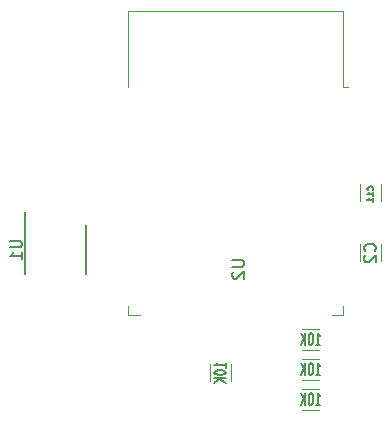
<source format=gbr>
%TF.GenerationSoftware,KiCad,Pcbnew,(6.0.7)*%
%TF.CreationDate,2022-10-29T10:50:57-05:00*%
%TF.ProjectId,BlastGate R2,426c6173-7447-4617-9465-2052322e6b69,rev?*%
%TF.SameCoordinates,Original*%
%TF.FileFunction,Legend,Bot*%
%TF.FilePolarity,Positive*%
%FSLAX46Y46*%
G04 Gerber Fmt 4.6, Leading zero omitted, Abs format (unit mm)*
G04 Created by KiCad (PCBNEW (6.0.7)) date 2022-10-29 10:50:57*
%MOMM*%
%LPD*%
G01*
G04 APERTURE LIST*
%ADD10C,0.150000*%
%ADD11C,0.127000*%
%ADD12C,0.120000*%
G04 APERTURE END LIST*
D10*
%TO.C,R6*%
X197302380Y-86191190D02*
X197302380Y-85819761D01*
X197302380Y-86005476D02*
X196302380Y-86005476D01*
X196445238Y-85943571D01*
X196540476Y-85881666D01*
X196588095Y-85819761D01*
X196302380Y-86593571D02*
X196302380Y-86655476D01*
X196350000Y-86717380D01*
X196397619Y-86748333D01*
X196492857Y-86779285D01*
X196683333Y-86810238D01*
X196921428Y-86810238D01*
X197111904Y-86779285D01*
X197207142Y-86748333D01*
X197254761Y-86717380D01*
X197302380Y-86655476D01*
X197302380Y-86593571D01*
X197254761Y-86531666D01*
X197207142Y-86500714D01*
X197111904Y-86469761D01*
X196921428Y-86438809D01*
X196683333Y-86438809D01*
X196492857Y-86469761D01*
X196397619Y-86500714D01*
X196350000Y-86531666D01*
X196302380Y-86593571D01*
X197302380Y-87088809D02*
X196302380Y-87088809D01*
X197302380Y-87460238D02*
X196730952Y-87181666D01*
X196302380Y-87460238D02*
X196873809Y-87088809D01*
D11*
%TO.C,C11*%
X209731428Y-71174428D02*
X209755619Y-71150238D01*
X209779809Y-71077666D01*
X209779809Y-71029285D01*
X209755619Y-70956714D01*
X209707238Y-70908333D01*
X209658857Y-70884142D01*
X209562095Y-70859952D01*
X209489523Y-70859952D01*
X209392761Y-70884142D01*
X209344380Y-70908333D01*
X209296000Y-70956714D01*
X209271809Y-71029285D01*
X209271809Y-71077666D01*
X209296000Y-71150238D01*
X209320190Y-71174428D01*
X209779809Y-71658238D02*
X209779809Y-71367952D01*
X209779809Y-71513095D02*
X209271809Y-71513095D01*
X209344380Y-71464714D01*
X209392761Y-71416333D01*
X209416952Y-71367952D01*
X209779809Y-72142047D02*
X209779809Y-71851761D01*
X209779809Y-71996904D02*
X209271809Y-71996904D01*
X209344380Y-71948523D01*
X209392761Y-71900142D01*
X209416952Y-71851761D01*
D10*
%TO.C,U1*%
X179032380Y-75438095D02*
X179841904Y-75438095D01*
X179937142Y-75485714D01*
X179984761Y-75533333D01*
X180032380Y-75628571D01*
X180032380Y-75819047D01*
X179984761Y-75914285D01*
X179937142Y-75961904D01*
X179841904Y-76009523D01*
X179032380Y-76009523D01*
X180032380Y-77009523D02*
X180032380Y-76438095D01*
X180032380Y-76723809D02*
X179032380Y-76723809D01*
X179175238Y-76628571D01*
X179270476Y-76533333D01*
X179318095Y-76438095D01*
%TO.C,U2*%
X197826380Y-77089095D02*
X198635904Y-77089095D01*
X198731142Y-77136714D01*
X198778761Y-77184333D01*
X198826380Y-77279571D01*
X198826380Y-77470047D01*
X198778761Y-77565285D01*
X198731142Y-77612904D01*
X198635904Y-77660523D01*
X197826380Y-77660523D01*
X197921619Y-78089095D02*
X197874000Y-78136714D01*
X197826380Y-78231952D01*
X197826380Y-78470047D01*
X197874000Y-78565285D01*
X197921619Y-78612904D01*
X198016857Y-78660523D01*
X198112095Y-78660523D01*
X198254952Y-78612904D01*
X198826380Y-78041476D01*
X198826380Y-78660523D01*
%TO.C,R8*%
X204918809Y-89352380D02*
X205290238Y-89352380D01*
X205104523Y-89352380D02*
X205104523Y-88352380D01*
X205166428Y-88495238D01*
X205228333Y-88590476D01*
X205290238Y-88638095D01*
X204516428Y-88352380D02*
X204454523Y-88352380D01*
X204392619Y-88400000D01*
X204361666Y-88447619D01*
X204330714Y-88542857D01*
X204299761Y-88733333D01*
X204299761Y-88971428D01*
X204330714Y-89161904D01*
X204361666Y-89257142D01*
X204392619Y-89304761D01*
X204454523Y-89352380D01*
X204516428Y-89352380D01*
X204578333Y-89304761D01*
X204609285Y-89257142D01*
X204640238Y-89161904D01*
X204671190Y-88971428D01*
X204671190Y-88733333D01*
X204640238Y-88542857D01*
X204609285Y-88447619D01*
X204578333Y-88400000D01*
X204516428Y-88352380D01*
X204021190Y-89352380D02*
X204021190Y-88352380D01*
X203649761Y-89352380D02*
X203928333Y-88780952D01*
X203649761Y-88352380D02*
X204021190Y-88923809D01*
%TO.C,R10*%
X204918809Y-84272380D02*
X205290238Y-84272380D01*
X205104523Y-84272380D02*
X205104523Y-83272380D01*
X205166428Y-83415238D01*
X205228333Y-83510476D01*
X205290238Y-83558095D01*
X204516428Y-83272380D02*
X204454523Y-83272380D01*
X204392619Y-83320000D01*
X204361666Y-83367619D01*
X204330714Y-83462857D01*
X204299761Y-83653333D01*
X204299761Y-83891428D01*
X204330714Y-84081904D01*
X204361666Y-84177142D01*
X204392619Y-84224761D01*
X204454523Y-84272380D01*
X204516428Y-84272380D01*
X204578333Y-84224761D01*
X204609285Y-84177142D01*
X204640238Y-84081904D01*
X204671190Y-83891428D01*
X204671190Y-83653333D01*
X204640238Y-83462857D01*
X204609285Y-83367619D01*
X204578333Y-83320000D01*
X204516428Y-83272380D01*
X204021190Y-84272380D02*
X204021190Y-83272380D01*
X203649761Y-84272380D02*
X203928333Y-83700952D01*
X203649761Y-83272380D02*
X204021190Y-83843809D01*
%TO.C,R9*%
X204918809Y-86812380D02*
X205290238Y-86812380D01*
X205104523Y-86812380D02*
X205104523Y-85812380D01*
X205166428Y-85955238D01*
X205228333Y-86050476D01*
X205290238Y-86098095D01*
X204516428Y-85812380D02*
X204454523Y-85812380D01*
X204392619Y-85860000D01*
X204361666Y-85907619D01*
X204330714Y-86002857D01*
X204299761Y-86193333D01*
X204299761Y-86431428D01*
X204330714Y-86621904D01*
X204361666Y-86717142D01*
X204392619Y-86764761D01*
X204454523Y-86812380D01*
X204516428Y-86812380D01*
X204578333Y-86764761D01*
X204609285Y-86717142D01*
X204640238Y-86621904D01*
X204671190Y-86431428D01*
X204671190Y-86193333D01*
X204640238Y-86002857D01*
X204609285Y-85907619D01*
X204578333Y-85860000D01*
X204516428Y-85812380D01*
X204021190Y-86812380D02*
X204021190Y-85812380D01*
X203649761Y-86812380D02*
X203928333Y-86240952D01*
X203649761Y-85812380D02*
X204021190Y-86383809D01*
%TO.C,C2*%
X209907142Y-76313333D02*
X209954761Y-76265714D01*
X210002380Y-76122857D01*
X210002380Y-76027619D01*
X209954761Y-75884761D01*
X209859523Y-75789523D01*
X209764285Y-75741904D01*
X209573809Y-75694285D01*
X209430952Y-75694285D01*
X209240476Y-75741904D01*
X209145238Y-75789523D01*
X209050000Y-75884761D01*
X209002380Y-76027619D01*
X209002380Y-76122857D01*
X209050000Y-76265714D01*
X209097619Y-76313333D01*
X209097619Y-76694285D02*
X209050000Y-76741904D01*
X209002380Y-76837142D01*
X209002380Y-77075238D01*
X209050000Y-77170476D01*
X209097619Y-77218095D01*
X209192857Y-77265714D01*
X209288095Y-77265714D01*
X209430952Y-77218095D01*
X210002380Y-76646666D01*
X210002380Y-77265714D01*
D12*
%TO.C,R6*%
X197760000Y-87367064D02*
X197760000Y-85912936D01*
X195940000Y-87367064D02*
X195940000Y-85912936D01*
%TO.C,C11*%
X208640000Y-72111252D02*
X208640000Y-70688748D01*
X210460000Y-72111252D02*
X210460000Y-70688748D01*
D10*
%TO.C,U1*%
X185455000Y-74125000D02*
X185455000Y-78275000D01*
X180305000Y-73025000D02*
X180305000Y-78275000D01*
D12*
%TO.C,U2*%
X189000000Y-55985000D02*
X189000000Y-62405000D01*
X207240000Y-80950000D02*
X207240000Y-81730000D01*
X207240000Y-81730000D02*
X206240000Y-81730000D01*
X189000000Y-81730000D02*
X190000000Y-81730000D01*
X207240000Y-55985000D02*
X207240000Y-62405000D01*
X207240000Y-55985000D02*
X189000000Y-55985000D01*
X189000000Y-80950000D02*
X189000000Y-81730000D01*
X207240000Y-62405000D02*
X207620000Y-62405000D01*
%TO.C,R8*%
X203742936Y-87990000D02*
X205197064Y-87990000D01*
X203742936Y-89810000D02*
X205197064Y-89810000D01*
%TO.C,R10*%
X203742936Y-84730000D02*
X205197064Y-84730000D01*
X203742936Y-82910000D02*
X205197064Y-82910000D01*
%TO.C,R9*%
X203742936Y-87270000D02*
X205197064Y-87270000D01*
X203742936Y-85450000D02*
X205197064Y-85450000D01*
%TO.C,C2*%
X210460000Y-75768748D02*
X210460000Y-77191252D01*
X208640000Y-75768748D02*
X208640000Y-77191252D01*
%TD*%
M02*

</source>
